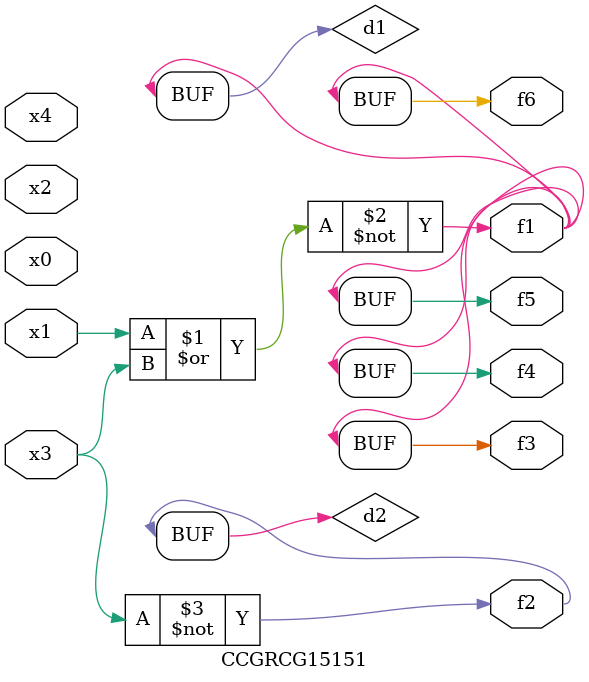
<source format=v>
module CCGRCG15151(
	input x0, x1, x2, x3, x4,
	output f1, f2, f3, f4, f5, f6
);

	wire d1, d2;

	nor (d1, x1, x3);
	not (d2, x3);
	assign f1 = d1;
	assign f2 = d2;
	assign f3 = d1;
	assign f4 = d1;
	assign f5 = d1;
	assign f6 = d1;
endmodule

</source>
